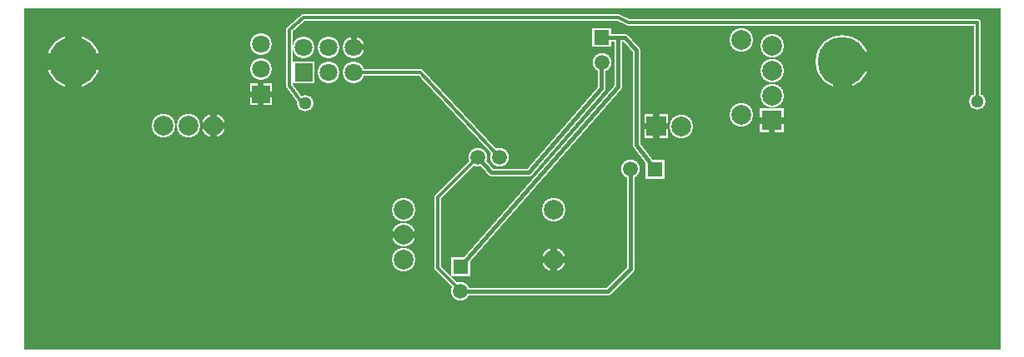
<source format=gbr>
%FSLAX34Y34*%
%MOMM*%
%LNCOPPER_BOTTOM*%
G71*
G01*
%ADD10C, 0.002*%
%ADD11C, 5.400*%
%ADD12C, 2.400*%
%ADD13C, 1.900*%
%ADD14C, 0.700*%
%ADD15C, 0.800*%
%ADD16C, 2.200*%
%ADD17C, 1.680*%
%ADD18C, 1.280*%
%ADD19C, 1.667*%
%ADD20C, 2.000*%
%ADD21C, 0.667*%
%ADD22C, 0.600*%
%ADD23C, 5.000*%
%ADD24C, 2.000*%
%ADD25C, 1.500*%
%ADD26C, 0.300*%
%ADD27C, 0.400*%
%ADD28C, 1.800*%
%LPD*%
G54D10*
X792Y-396D02*
X990792Y-396D01*
X990792Y-346396D01*
X792Y-346396D01*
X792Y-396D01*
G36*
X792Y-396D02*
X990792Y-396D01*
X990792Y-346396D01*
X792Y-346396D01*
X792Y-396D01*
G37*
%LPC*%
X50402Y-54371D02*
G54D11*
D03*
X831451Y-54371D02*
G54D11*
D03*
G36*
X747617Y-126298D02*
X747617Y-102298D01*
X771617Y-102298D01*
X771617Y-126298D01*
X747617Y-126298D01*
G37*
X759618Y-88898D02*
G54D12*
D03*
X759618Y-63498D02*
G54D12*
D03*
X759618Y-38098D02*
G54D12*
D03*
X386157Y-205184D02*
G54D12*
D03*
X538557Y-205184D02*
G54D12*
D03*
X386157Y-230584D02*
G54D12*
D03*
X538557Y-255984D02*
G54D12*
D03*
X386157Y-255984D02*
G54D12*
D03*
G36*
X434205Y-253626D02*
X453205Y-253626D01*
X453205Y-272626D01*
X434205Y-272626D01*
X434205Y-253626D01*
G37*
X443705Y-288527D02*
G54D13*
D03*
G36*
X596465Y-39590D02*
X577465Y-39590D01*
X577465Y-20590D01*
X596465Y-20590D01*
X596465Y-39590D01*
G37*
X586965Y-55490D02*
G54D13*
D03*
G54D14*
X443705Y-288527D02*
X446086Y-290114D01*
X420686Y-264714D01*
X420686Y-192484D01*
X461168Y-152002D01*
G54D15*
X461168Y-152002D02*
X475058Y-166686D01*
X512761Y-166686D01*
X586580Y-81755D01*
X586580Y-55875D01*
X586965Y-55490D01*
G54D15*
X443705Y-263126D02*
X603645Y-80167D01*
X603645Y-30102D01*
X586965Y-30090D01*
G36*
X273412Y-54422D02*
X295412Y-54422D01*
X295412Y-76422D01*
X273412Y-76422D01*
X273412Y-54422D01*
G37*
X284412Y-40022D02*
G54D16*
D03*
X309812Y-65422D02*
G54D16*
D03*
X309812Y-40022D02*
G54D16*
D03*
X335212Y-65422D02*
G54D16*
D03*
X335212Y-40022D02*
G54D16*
D03*
X483392Y-152002D02*
G54D13*
D03*
X142080Y-119458D02*
G54D12*
D03*
X167480Y-119458D02*
G54D12*
D03*
X192880Y-119458D02*
G54D12*
D03*
G36*
X654218Y-108116D02*
X654218Y-132116D01*
X630218Y-132116D01*
X630218Y-108116D01*
X654218Y-108116D01*
G37*
X667617Y-120117D02*
G54D12*
D03*
X461168Y-152002D02*
G54D13*
D03*
X968374Y-95250D02*
G54D17*
D03*
G54D14*
X285748Y-98424D02*
X284161Y-98424D01*
X269874Y-79374D01*
X269874Y-22224D01*
X284161Y-9524D01*
X603248Y-9524D01*
X614361Y-14287D01*
X968374Y-14287D01*
X968374Y-95250D01*
X286145Y-97232D02*
G54D17*
D03*
G54D14*
X335212Y-65422D02*
X402766Y-65422D01*
X483392Y-152002D01*
G36*
X229975Y-98672D02*
X229975Y-76672D01*
X251975Y-76672D01*
X251975Y-98672D01*
X229975Y-98672D01*
G37*
X240975Y-62272D02*
G54D16*
D03*
X240975Y-36872D02*
G54D16*
D03*
X728339Y-32805D02*
G54D12*
D03*
X728339Y-109004D02*
G54D12*
D03*
G36*
X631680Y-173564D02*
X631680Y-154564D01*
X650680Y-154564D01*
X650680Y-173564D01*
X631680Y-173564D01*
G37*
X615780Y-164064D02*
G54D13*
D03*
G54D15*
X615780Y-164064D02*
X615780Y-265279D01*
X592930Y-288130D01*
X444102Y-288130D01*
X443705Y-288527D01*
G54D15*
X587373Y-29763D02*
X609995Y-29763D01*
X621901Y-42860D01*
X621901Y-138904D01*
X641348Y-164304D01*
X417114Y-39686D02*
G54D18*
D03*
X555623Y-323848D02*
G54D18*
D03*
X314323Y-316704D02*
G54D18*
D03*
X642142Y-101598D02*
G54D18*
D03*
X573483Y-175020D02*
G54D18*
D03*
%LPD*%
G54D19*
G36*
X42068Y-54371D02*
X42068Y-26871D01*
X58735Y-26871D01*
X58735Y-54371D01*
X42068Y-54371D01*
G37*
G36*
X50402Y-46037D02*
X77902Y-46037D01*
X77902Y-62704D01*
X50402Y-62704D01*
X50402Y-46037D01*
G37*
G36*
X58735Y-54371D02*
X58735Y-81871D01*
X42068Y-81871D01*
X42068Y-54371D01*
X58735Y-54371D01*
G37*
G36*
X50402Y-62704D02*
X22902Y-62704D01*
X22902Y-46037D01*
X50402Y-46037D01*
X50402Y-62704D01*
G37*
G54D20*
G36*
X831451Y-44371D02*
X858951Y-44371D01*
X858951Y-64371D01*
X831451Y-64371D01*
X831451Y-44371D01*
G37*
G36*
X841451Y-54371D02*
X841451Y-81871D01*
X821451Y-81871D01*
X821451Y-54371D01*
X841451Y-54371D01*
G37*
G54D21*
G36*
X759617Y-117631D02*
X747117Y-117631D01*
X747117Y-110965D01*
X759617Y-110965D01*
X759617Y-117631D01*
G37*
G36*
X759617Y-110965D02*
X772117Y-110965D01*
X772117Y-117631D01*
X759617Y-117631D01*
X759617Y-110965D01*
G37*
G36*
X762950Y-114298D02*
X762950Y-126798D01*
X756284Y-126798D01*
X756284Y-114298D01*
X762950Y-114298D01*
G37*
G54D21*
G36*
X386157Y-227250D02*
X398657Y-227250D01*
X398657Y-233917D01*
X386157Y-233917D01*
X386157Y-227250D01*
G37*
G36*
X386157Y-233917D02*
X373657Y-233917D01*
X373657Y-227250D01*
X386157Y-227250D01*
X386157Y-233917D01*
G37*
G54D21*
G36*
X538557Y-252650D02*
X551057Y-252650D01*
X551057Y-259317D01*
X538557Y-259317D01*
X538557Y-252650D01*
G37*
G36*
X541891Y-255984D02*
X541891Y-268484D01*
X535224Y-268484D01*
X535224Y-255984D01*
X541891Y-255984D01*
G37*
G36*
X538557Y-259317D02*
X526057Y-259317D01*
X526057Y-252650D01*
X538557Y-252650D01*
X538557Y-259317D01*
G37*
G36*
X535224Y-255984D02*
X535224Y-243484D01*
X541891Y-243484D01*
X541891Y-255984D01*
X535224Y-255984D01*
G37*
G54D22*
G36*
X332212Y-40022D02*
X332212Y-28522D01*
X338212Y-28522D01*
X338212Y-40022D01*
X332212Y-40022D01*
G37*
G36*
X335212Y-37022D02*
X346712Y-37022D01*
X346712Y-43022D01*
X335212Y-43022D01*
X335212Y-37022D01*
G37*
G54D21*
G36*
X189547Y-119458D02*
X189547Y-106958D01*
X196214Y-106958D01*
X196214Y-119458D01*
X189547Y-119458D01*
G37*
G36*
X192880Y-116124D02*
X205380Y-116124D01*
X205380Y-122791D01*
X192880Y-122791D01*
X192880Y-116124D01*
G37*
G36*
X196214Y-119458D02*
X196214Y-131958D01*
X189547Y-131958D01*
X189547Y-119458D01*
X196214Y-119458D01*
G37*
G36*
X192880Y-122791D02*
X180380Y-122791D01*
X180380Y-116124D01*
X192880Y-116124D01*
X192880Y-122791D01*
G37*
G54D21*
G36*
X642218Y-116783D02*
X654718Y-116783D01*
X654718Y-123450D01*
X642218Y-123450D01*
X642218Y-116783D01*
G37*
G36*
X645551Y-120116D02*
X645551Y-132616D01*
X638884Y-132616D01*
X638884Y-120116D01*
X645551Y-120116D01*
G37*
G36*
X642218Y-123450D02*
X629718Y-123450D01*
X629718Y-116783D01*
X642218Y-116783D01*
X642218Y-123450D01*
G37*
G36*
X638884Y-120116D02*
X638884Y-107616D01*
X645551Y-107616D01*
X645551Y-120116D01*
X638884Y-120116D01*
G37*
G54D22*
G36*
X240975Y-90672D02*
X229475Y-90672D01*
X229475Y-84672D01*
X240975Y-84672D01*
X240975Y-90672D01*
G37*
G36*
X237975Y-87672D02*
X237975Y-76172D01*
X243975Y-76172D01*
X243975Y-87672D01*
X237975Y-87672D01*
G37*
G36*
X240975Y-84672D02*
X252475Y-84672D01*
X252475Y-90672D01*
X240975Y-90672D01*
X240975Y-84672D01*
G37*
G36*
X243975Y-87672D02*
X243975Y-99172D01*
X237975Y-99172D01*
X237975Y-87672D01*
X243975Y-87672D01*
G37*
X50402Y-54371D02*
G54D23*
D03*
X831451Y-54371D02*
G54D23*
D03*
G36*
X749617Y-124298D02*
X749617Y-104298D01*
X769617Y-104298D01*
X769617Y-124298D01*
X749617Y-124298D01*
G37*
X759618Y-88898D02*
G54D24*
D03*
X759618Y-63498D02*
G54D24*
D03*
X759618Y-38098D02*
G54D24*
D03*
X386157Y-205184D02*
G54D24*
D03*
X538557Y-205184D02*
G54D24*
D03*
X386157Y-230584D02*
G54D24*
D03*
X538557Y-255984D02*
G54D24*
D03*
X386157Y-255984D02*
G54D24*
D03*
G36*
X436205Y-255626D02*
X451205Y-255626D01*
X451205Y-270626D01*
X436205Y-270626D01*
X436205Y-255626D01*
G37*
X443705Y-288527D02*
G54D25*
D03*
G36*
X594465Y-37590D02*
X579465Y-37590D01*
X579465Y-22590D01*
X594465Y-22590D01*
X594465Y-37590D01*
G37*
X586965Y-55490D02*
G54D25*
D03*
G54D26*
X443705Y-288527D02*
X446086Y-290114D01*
X420686Y-264714D01*
X420686Y-192484D01*
X461168Y-152002D01*
G54D27*
X461168Y-152002D02*
X475058Y-166686D01*
X512761Y-166686D01*
X586580Y-81755D01*
X586580Y-55875D01*
X586965Y-55490D01*
G54D27*
X443705Y-263126D02*
X603645Y-80167D01*
X603645Y-30102D01*
X586965Y-30090D01*
G36*
X275412Y-56422D02*
X293412Y-56422D01*
X293412Y-74422D01*
X275412Y-74422D01*
X275412Y-56422D01*
G37*
X284412Y-40022D02*
G54D28*
D03*
X309812Y-65422D02*
G54D28*
D03*
X309812Y-40022D02*
G54D28*
D03*
X335212Y-65422D02*
G54D28*
D03*
X335212Y-40022D02*
G54D28*
D03*
X483392Y-152002D02*
G54D25*
D03*
X142080Y-119458D02*
G54D24*
D03*
X167480Y-119458D02*
G54D24*
D03*
X192880Y-119458D02*
G54D24*
D03*
G36*
X652218Y-110116D02*
X652218Y-130116D01*
X632218Y-130116D01*
X632218Y-110116D01*
X652218Y-110116D01*
G37*
X667617Y-120117D02*
G54D24*
D03*
X461168Y-152002D02*
G54D25*
D03*
X968374Y-95250D02*
G54D18*
D03*
G54D26*
X285748Y-98424D02*
X284161Y-98424D01*
X269874Y-79374D01*
X269874Y-22224D01*
X284161Y-9524D01*
X603248Y-9524D01*
X614361Y-14287D01*
X968374Y-14287D01*
X968374Y-95250D01*
X286145Y-97232D02*
G54D18*
D03*
G54D26*
X335212Y-65422D02*
X402766Y-65422D01*
X483392Y-152002D01*
G36*
X231975Y-96672D02*
X231975Y-78672D01*
X249975Y-78672D01*
X249975Y-96672D01*
X231975Y-96672D01*
G37*
X240975Y-62272D02*
G54D28*
D03*
X240975Y-36872D02*
G54D28*
D03*
X728339Y-32805D02*
G54D24*
D03*
X728339Y-109004D02*
G54D24*
D03*
G36*
X633680Y-171564D02*
X633680Y-156564D01*
X648680Y-156564D01*
X648680Y-171564D01*
X633680Y-171564D01*
G37*
X615780Y-164064D02*
G54D25*
D03*
G54D27*
X615780Y-164064D02*
X615780Y-265279D01*
X592930Y-288130D01*
X444102Y-288130D01*
X443705Y-288527D01*
G54D27*
X587373Y-29763D02*
X609995Y-29763D01*
X621901Y-42860D01*
X621901Y-138904D01*
X641348Y-164304D01*
X417114Y-39686D02*
G54D18*
D03*
X555623Y-323848D02*
G54D18*
D03*
X314323Y-316704D02*
G54D18*
D03*
X642142Y-101598D02*
G54D18*
D03*
X573483Y-175020D02*
G54D18*
D03*
M02*

</source>
